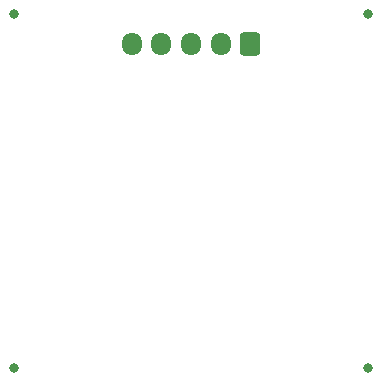
<source format=gbr>
%TF.GenerationSoftware,KiCad,Pcbnew,8.0.5*%
%TF.CreationDate,2024-10-09T23:06:34-04:00*%
%TF.ProjectId,4-Channel Array V3,342d4368-616e-46e6-956c-204172726179,rev?*%
%TF.SameCoordinates,Original*%
%TF.FileFunction,Soldermask,Bot*%
%TF.FilePolarity,Negative*%
%FSLAX46Y46*%
G04 Gerber Fmt 4.6, Leading zero omitted, Abs format (unit mm)*
G04 Created by KiCad (PCBNEW 8.0.5) date 2024-10-09 23:06:34*
%MOMM*%
%LPD*%
G01*
G04 APERTURE LIST*
G04 Aperture macros list*
%AMRoundRect*
0 Rectangle with rounded corners*
0 $1 Rounding radius*
0 $2 $3 $4 $5 $6 $7 $8 $9 X,Y pos of 4 corners*
0 Add a 4 corners polygon primitive as box body*
4,1,4,$2,$3,$4,$5,$6,$7,$8,$9,$2,$3,0*
0 Add four circle primitives for the rounded corners*
1,1,$1+$1,$2,$3*
1,1,$1+$1,$4,$5*
1,1,$1+$1,$6,$7*
1,1,$1+$1,$8,$9*
0 Add four rect primitives between the rounded corners*
20,1,$1+$1,$2,$3,$4,$5,0*
20,1,$1+$1,$4,$5,$6,$7,0*
20,1,$1+$1,$6,$7,$8,$9,0*
20,1,$1+$1,$8,$9,$2,$3,0*%
G04 Aperture macros list end*
%ADD10RoundRect,0.250000X0.600000X0.725000X-0.600000X0.725000X-0.600000X-0.725000X0.600000X-0.725000X0*%
%ADD11O,1.700000X1.950000*%
%ADD12C,0.800000*%
G04 APERTURE END LIST*
D10*
%TO.C,J1*%
X170000000Y-52500000D03*
D11*
X167500000Y-52500000D03*
X165000000Y-52500000D03*
X162500000Y-52500000D03*
X160000000Y-52500000D03*
%TD*%
D12*
%TO.C,MK4*%
X180000000Y-79980000D03*
%TD*%
%TO.C,MK2*%
X150000000Y-79980000D03*
%TD*%
%TO.C,MK3*%
X180000000Y-50000000D03*
%TD*%
%TO.C,MK1*%
X150000000Y-50000000D03*
%TD*%
M02*

</source>
